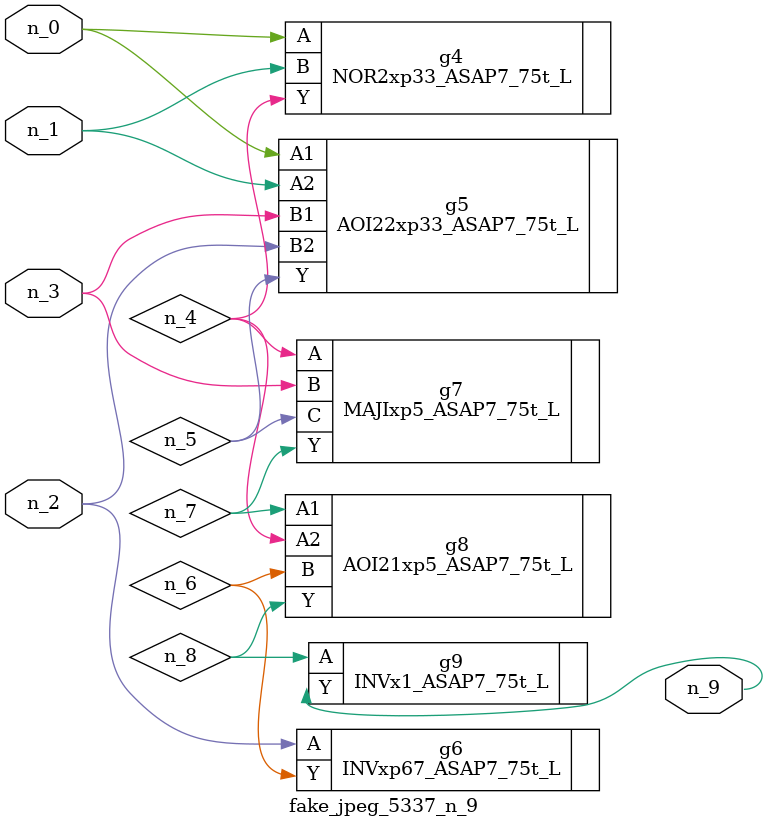
<source format=v>
module fake_jpeg_5337_n_9 (n_0, n_3, n_2, n_1, n_9);

input n_0;
input n_3;
input n_2;
input n_1;

output n_9;

wire n_4;
wire n_8;
wire n_6;
wire n_5;
wire n_7;

NOR2xp33_ASAP7_75t_L g4 ( 
.A(n_0),
.B(n_1),
.Y(n_4)
);

AOI22xp33_ASAP7_75t_L g5 ( 
.A1(n_0),
.A2(n_1),
.B1(n_3),
.B2(n_2),
.Y(n_5)
);

INVxp67_ASAP7_75t_L g6 ( 
.A(n_2),
.Y(n_6)
);

MAJIxp5_ASAP7_75t_L g7 ( 
.A(n_4),
.B(n_3),
.C(n_5),
.Y(n_7)
);

AOI21xp5_ASAP7_75t_L g8 ( 
.A1(n_7),
.A2(n_4),
.B(n_6),
.Y(n_8)
);

INVx1_ASAP7_75t_L g9 ( 
.A(n_8),
.Y(n_9)
);


endmodule
</source>
